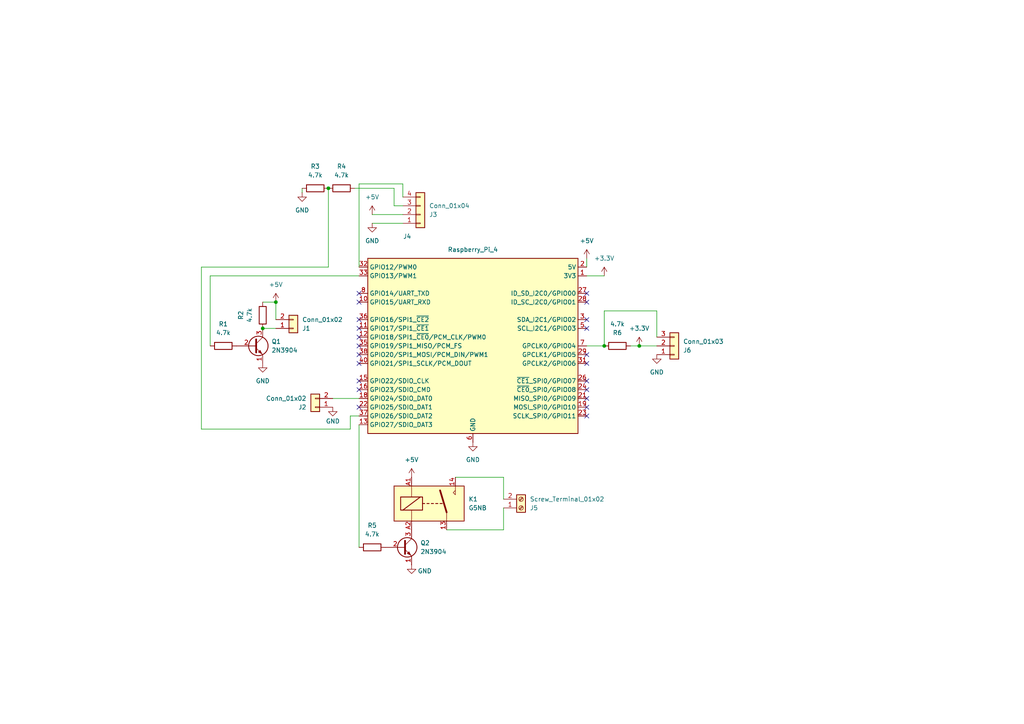
<source format=kicad_sch>
(kicad_sch (version 20231120) (generator "eeschema") (generator_version "8.0")
  (paper "A4")
  (lib_symbols
    (symbol "Connector:Raspberry_Pi_4"
      (property "Reference" "J" (at -17.526 48.768 0))
      (property "Value" "Raspberry_Pi_4" (at 15.748 -26.416 0))
      (symbol "Raspberry_Pi_4_0_1"
        (rectangle (start -30.48 25.4) (end 30.48 -25.4) (stroke (width 0.254)) (fill (type background)))
      )
      (symbol "Raspberry_Pi_4_1_1"
        (pin power_out line (at 33.02 20.32 180) (length 2.54) (name "3V3") (number "1"))
        (pin bidirectional line (at -33.02 12.7 0) (length 2.54) (name "GPIO15/UART_RXD") (number "10"))
        (pin bidirectional line (at -33.02 5.08 0) (length 2.54) (name "GPIO17/SPI1_~{CE1}") (number "11"))
        (pin bidirectional line (at -33.02 2.54 0) (length 2.54) (name "GPIO18/SPI1_~{CE0}/PCM_CLK/PWM0") (number "12"))
        (pin bidirectional line (at -33.02 -22.86 0) (length 2.54) (name "GPIO27/SDIO_DAT3") (number "13"))
        (pin passive line (at 0 -27.94 90) (length 2.54) hide (name "GND") (number "14"))
        (pin bidirectional line (at -33.02 -10.16 0) (length 2.54) (name "GPIO22/SDIO_CLK") (number "15"))
        (pin bidirectional line (at -33.02 -12.7 0) (length 2.54) (name "GPIO23/SDIO_CMD") (number "16"))
        (pin passive line (at 33.02 20.32 180) (length 2.54) hide (name "3V3") (number "17"))
        (pin bidirectional line (at -33.02 -15.24 0) (length 2.54) (name "GPIO24/SDIO_DAT0") (number "18"))
        (pin bidirectional line (at 33.02 -17.78 180) (length 2.54) (name "MOSI_SPI0/GPIO10") (number "19"))
        (pin power_out line (at 33.02 22.86 180) (length 2.54) (name "5V") (number "2"))
        (pin passive line (at 0 -27.94 90) (length 2.54) hide (name "GND") (number "20"))
        (pin bidirectional line (at 33.02 -15.24 180) (length 2.54) (name "MISO_SPI0/GPIO09") (number "21"))
        (pin bidirectional line (at -33.02 -17.78 0) (length 2.54) (name "GPIO25/SDIO_DAT1") (number "22"))
        (pin bidirectional line (at 33.02 -20.32 180) (length 2.54) (name "SCLK_SPI0/GPIO11") (number "23"))
        (pin bidirectional line (at 33.02 -12.7 180) (length 2.54) (name "~{CE0}_SPI0/GPIO08") (number "24"))
        (pin passive line (at 0 -27.94 90) (length 2.54) hide (name "GND") (number "25"))
        (pin bidirectional line (at 33.02 -10.16 180) (length 2.54) (name "~{CE1}_SPI0/GPIO07") (number "26"))
        (pin bidirectional line (at 33.02 15.24 180) (length 2.54) (name "ID_SD_I2C0/GPIO00") (number "27"))
        (pin bidirectional line (at 33.02 12.7 180) (length 2.54) (name "ID_SC_I2C0/GPIO01") (number "28"))
        (pin bidirectional line (at 33.02 -2.54 180) (length 2.54) (name "GPCLK1/GPIO05") (number "29"))
        (pin bidirectional line (at 33.02 7.62 180) (length 2.54) (name "SDA_I2C1/GPIO02") (number "3"))
        (pin passive line (at 0 -27.94 90) (length 2.54) hide (name "GND") (number "30"))
        (pin bidirectional line (at 33.02 -5.08 180) (length 2.54) (name "GPCLK2/GPIO06") (number "31"))
        (pin bidirectional line (at -33.02 22.86 0) (length 2.54) (name "GPIO12/PWM0") (number "32"))
        (pin bidirectional line (at -33.02 20.32 0) (length 2.54) (name "GPIO13/PWM1") (number "33"))
        (pin passive line (at 0 -27.94 90) (length 2.54) hide (name "GND") (number "34"))
        (pin bidirectional line (at -33.02 0 0) (length 2.54) (name "GPIO19/SPI1_MISO/PCM_FS") (number "35"))
        (pin bidirectional line (at -33.02 7.62 0) (length 2.54) (name "GPIO16/SPI1_~{CE2}") (number "36"))
        (pin bidirectional line (at -33.02 -20.32 0) (length 2.54) (name "GPIO26/SDIO_DAT2") (number "37"))
        (pin bidirectional line (at -33.02 -2.54 0) (length 2.54) (name "GPIO20/SPI1_MOSI/PCM_DIN/PWM1") (number "38"))
        (pin passive line (at 0 -27.94 90) (length 2.54) hide (name "GND") (number "39"))
        (pin passive line (at 33.02 22.86 180) (length 2.54) hide (name "5V") (number "4"))
        (pin bidirectional line (at -33.02 -5.08 0) (length 2.54) (name "GPIO21/SPI1_SCLK/PCM_DOUT") (number "40"))
        (pin bidirectional line (at 33.02 5.08 180) (length 2.54) (name "SCL_I2C1/GPIO03") (number "5"))
        (pin power_out line (at 0 -27.94 90) (length 2.54) (name "GND") (number "6"))
        (pin bidirectional line (at 33.02 0 180) (length 2.54) (name "GPCLK0/GPIO04") (number "7"))
        (pin bidirectional line (at -33.02 15.24 0) (length 2.54) (name "GPIO14/UART_TXD") (number "8"))
        (pin passive line (at 0 -27.94 90) (length 2.54) hide (name "GND") (number "9"))
      )
    )
    (symbol "Connector:Screw_Terminal_01x02" (pin_names (offset 1.016) hide)
      (property "Reference" "J" (at 0 2.54 0))
      (property "Value" "Screw_Terminal_01x02" (at 0 -5.08 0))
      (symbol "Screw_Terminal_01x02_1_1"
        (rectangle (start -1.27 1.27) (end 1.27 -3.81) (stroke (width 0.254)) (fill (type background)))
        (circle (center 0 -2.54) (radius 0.635) (stroke (width 0.1524)))
        (polyline (pts (xy -0.5334 -2.2098) (xy 0.3302 -3.048)) (stroke (width 0.1524)))
        (polyline (pts (xy -0.5334 0.3302) (xy 0.3302 -0.508)) (stroke (width 0.1524)))
        (polyline (pts (xy -0.3556 -2.032) (xy 0.508 -2.8702)) (stroke (width 0.1524)))
        (polyline (pts (xy -0.3556 0.508) (xy 0.508 -0.3302)) (stroke (width 0.1524)))
        (circle (center 0 0) (radius 0.635) (stroke (width 0.1524)))
        (pin passive line (at -5.08 0 0) (length 3.81) (name "Pin_1") (number "1"))
        (pin passive line (at -5.08 -2.54 0) (length 3.81) (name "Pin_2") (number "2"))
      )
    )
    (symbol "Connector_Generic:Conn_01x02" (pin_names (offset 1.016) hide)
      (property "Reference" "J" (at 0 2.54 0))
      (property "Value" "Conn_01x02" (at 0 -5.08 0))
      (symbol "Conn_01x02_1_1"
        (rectangle (start -1.27 -2.413) (end 0 -2.667) (stroke (width 0.1524)))
        (rectangle (start -1.27 0.127) (end 0 -0.127) (stroke (width 0.1524)))
        (rectangle (start -1.27 1.27) (end 1.27 -3.81) (stroke (width 0.254)) (fill (type background)))
        (pin passive line (at -5.08 0 0) (length 3.81) (name "Pin_1") (number "1"))
        (pin passive line (at -5.08 -2.54 0) (length 3.81) (name "Pin_2") (number "2"))
      )
    )
    (symbol "Connector_Generic:Conn_01x03" (pin_names (offset 1.016) hide)
      (property "Reference" "J" (at 0 5.08 0))
      (property "Value" "Conn_01x03" (at 0 -5.08 0))
      (symbol "Conn_01x03_1_1"
        (rectangle (start -1.27 -2.413) (end 0 -2.667) (stroke (width 0.1524)))
        (rectangle (start -1.27 0.127) (end 0 -0.127) (stroke (width 0.1524)))
        (rectangle (start -1.27 2.667) (end 0 2.413) (stroke (width 0.1524)))
        (rectangle (start -1.27 3.81) (end 1.27 -3.81) (stroke (width 0.254)) (fill (type background)))
        (pin passive line (at -5.08 2.54 0) (length 3.81) (name "Pin_1") (number "1"))
        (pin passive line (at -5.08 0 0) (length 3.81) (name "Pin_2") (number "2"))
        (pin passive line (at -5.08 -2.54 0) (length 3.81) (name "Pin_3") (number "3"))
      )
    )
    (symbol "Connector_Generic:Conn_01x04" (pin_names (offset 1.016) hide)
      (property "Reference" "J" (at 0 5.08 0))
      (property "Value" "Conn_01x04" (at 0 -7.62 0))
      (symbol "Conn_01x04_1_1"
        (rectangle (start -1.27 -4.953) (end 0 -5.207) (stroke (width 0.1524)))
        (rectangle (start -1.27 -2.413) (end 0 -2.667) (stroke (width 0.1524)))
        (rectangle (start -1.27 0.127) (end 0 -0.127) (stroke (width 0.1524)))
        (rectangle (start -1.27 2.667) (end 0 2.413) (stroke (width 0.1524)))
        (rectangle (start -1.27 3.81) (end 1.27 -6.35) (stroke (width 0.254)) (fill (type background)))
        (pin passive line (at -5.08 2.54 0) (length 3.81) (name "Pin_1") (number "1"))
        (pin passive line (at -5.08 0 0) (length 3.81) (name "Pin_2") (number "2"))
        (pin passive line (at -5.08 -2.54 0) (length 3.81) (name "Pin_3") (number "3"))
        (pin passive line (at -5.08 -5.08 0) (length 3.81) (name "Pin_4") (number "4"))
      )
    )
    (symbol "Device:R" (pin_numbers hide) (pin_names (offset 0))
      (property "Reference" "R" (at 2.032 0 90))
      (property "Value" "R" (at 0 0 90))
      (symbol "R_0_1"
        (rectangle (start -1.016 -2.54) (end 1.016 2.54) (stroke (width 0.254)))
      )
      (symbol "R_1_1"
        (pin passive line (at 0 3.81 270) (length 1.27) (name "~") (number "1"))
        (pin passive line (at 0 -3.81 90) (length 1.27) (name "~") (number "2"))
      )
    )
    (symbol "Relay:G5NB"
      (property "Reference" "K" (at 11.43 3.81 0))
      (property "Value" "G5NB" (at 11.43 1.27 0))
      (symbol "G5NB_0_0"
        (polyline (pts (xy 7.62 5.08) (xy 7.62 2.54) (xy 6.985 3.175) (xy 7.62 3.81)))
      )
      (symbol "G5NB_0_1"
        (rectangle (start -10.16 5.08) (end 10.16 -5.08) (stroke (width 0.254)) (fill (type background)))
        (rectangle (start -8.255 1.905) (end -1.905 -1.905) (stroke (width 0.254)))
        (polyline (pts (xy -7.62 -1.905) (xy -2.54 1.905)) (stroke (width 0.254)))
        (polyline (pts (xy -5.08 -5.08) (xy -5.08 -1.905)))
        (polyline (pts (xy -5.08 5.08) (xy -5.08 1.905)))
        (polyline (pts (xy -1.905 0) (xy -1.27 0)) (stroke (width 0.254)))
        (polyline (pts (xy -0.635 0) (xy 0 0)) (stroke (width 0.254)))
        (polyline (pts (xy 0.635 0) (xy 1.27 0)) (stroke (width 0.254)))
        (polyline (pts (xy 1.905 0) (xy 2.54 0)) (stroke (width 0.254)))
        (polyline (pts (xy 3.175 0) (xy 3.81 0)) (stroke (width 0.254)))
        (polyline (pts (xy 5.08 -2.54) (xy 3.175 3.81)) (stroke (width 0.508)))
        (polyline (pts (xy 5.08 -2.54) (xy 5.08 -5.08)))
      )
      (symbol "G5NB_1_1"
        (pin passive line (at 5.08 -7.62 90) (length 2.54) (name "~") (number "13"))
        (pin passive line (at 7.62 7.62 270) (length 2.54) (name "~") (number "14"))
        (pin passive line (at -5.08 7.62 270) (length 2.54) (name "~") (number "A1"))
        (pin passive line (at -5.08 -7.62 90) (length 2.54) (name "~") (number "A2"))
      )
    )
    (symbol "Transistor_BJT:2N3904" (pin_names (offset 0) hide)
      (property "Reference" "Q" (at 5.08 1.905 0))
      (property "Value" "2N3904" (at 5.08 0 0))
      (symbol "2N3904_0_1"
        (polyline (pts (xy 0.635 0.635) (xy 2.54 2.54)))
        (polyline (pts (xy 0.635 -0.635) (xy 2.54 -2.54) (xy 2.54 -2.54)))
        (polyline (pts (xy 0.635 1.905) (xy 0.635 -1.905) (xy 0.635 -1.905)) (stroke (width 0.508)))
        (polyline (pts (xy 1.27 -1.778) (xy 1.778 -1.27) (xy 2.286 -2.286) (xy 1.27 -1.778) (xy 1.27 -1.778)) (fill (type outline)))
        (circle (center 1.27 0) (radius 2.8194) (stroke (width 0.254)))
      )
      (symbol "2N3904_1_1"
        (pin passive line (at 2.54 -5.08 90) (length 2.54) (name "E") (number "1"))
        (pin passive line (at -5.08 0 0) (length 5.715) (name "B") (number "2"))
        (pin passive line (at 2.54 5.08 270) (length 2.54) (name "C") (number "3"))
      )
    )
    (symbol "power:+3.3V" (power) (pin_numbers hide) (pin_names (offset 0) hide)
      (property "Value" "+3.3V" (at 0 3.556 0))
      (symbol "+3.3V_0_1"
        (polyline (pts (xy -0.762 1.27) (xy 0 2.54)))
        (polyline (pts (xy 0 0) (xy 0 2.54)))
        (polyline (pts (xy 0 2.54) (xy 0.762 1.27)))
      )
      (symbol "+3.3V_1_1"
        (pin power_in line (at 0 0 90) (length 0) (name "~") (number "1"))
      )
    )
    (symbol "power:+5V" (power) (pin_numbers hide) (pin_names (offset 0) hide)
      (property "Value" "+5V" (at 0 3.556 0))
      (symbol "+5V_0_1"
        (polyline (pts (xy -0.762 1.27) (xy 0 2.54)))
        (polyline (pts (xy 0 0) (xy 0 2.54)))
        (polyline (pts (xy 0 2.54) (xy 0.762 1.27)))
      )
      (symbol "+5V_1_1"
        (pin power_in line (at 0 0 90) (length 0) (name "~") (number "1"))
      )
    )
    (symbol "power:GND" (power) (pin_numbers hide) (pin_names (offset 0) hide)
      (property "Value" "GND" (at 0 -3.81 0))
      (symbol "GND_0_1"
        (polyline (pts (xy 0 0) (xy 0 -1.27) (xy 1.27 -1.27) (xy 0 -2.54) (xy -1.27 -1.27) (xy 0 -1.27)))
      )
      (symbol "GND_1_1"
        (pin power_in line (at 0 0 270) (length 0) (name "~") (number "1"))
      )
    )
  )
  (junction (at 175.26 100.33))
  (junction (at 76.2 95.25))
  (junction (at 185.42 100.33))
  (junction (at 95.25 54.61))
  (junction (at 80.01 87.63))
  (no_connect (at 104.14 105.41))
  (no_connect (at 104.14 97.79))
  (no_connect (at 170.18 120.65))
  (no_connect (at 104.14 85.09))
  (no_connect (at 104.14 113.03))
  (no_connect (at 170.18 118.11))
  (no_connect (at 170.18 113.03))
  (no_connect (at 104.14 92.71))
  (no_connect (at 104.14 110.49))
  (no_connect (at 170.18 92.71))
  (no_connect (at 170.18 87.63))
  (no_connect (at 104.14 102.87))
  (no_connect (at 170.18 85.09))
  (no_connect (at 104.14 118.11))
  (no_connect (at 104.14 95.25))
  (no_connect (at 104.14 100.33))
  (no_connect (at 170.18 115.57))
  (no_connect (at 104.14 87.63))
  (no_connect (at 170.18 102.87))
  (no_connect (at 170.18 105.41))
  (no_connect (at 170.18 110.49))
  (no_connect (at 170.18 95.25))
  (wire (pts (xy 116.84 59.69) (xy 114.3 59.69)))
  (wire (pts (xy 58.42 124.46) (xy 58.42 77.47)))
  (wire (pts (xy 60.96 80.01) (xy 60.96 100.33)))
  (wire (pts (xy 116.84 53.34) (xy 104.14 53.34)))
  (wire (pts (xy 114.3 54.61) (xy 102.87 54.61)))
  (wire (pts (xy 58.42 77.47) (xy 95.25 77.47)))
  (wire (pts (xy 96.52 115.57) (xy 104.14 115.57)))
  (wire (pts (xy 104.14 53.34) (xy 104.14 77.47)))
  (wire (pts (xy 170.18 74.93) (xy 170.18 77.47)))
  (wire (pts (xy 114.3 59.69) (xy 114.3 54.61)))
  (wire (pts (xy 170.18 80.01) (xy 175.26 80.01)))
  (wire (pts (xy 101.6 120.65) (xy 101.6 124.46)))
  (wire (pts (xy 87.63 55.88) (xy 87.63 54.61)))
  (wire (pts (xy 116.84 57.15) (xy 116.84 53.34)))
  (wire (pts (xy 146.05 147.32) (xy 146.05 153.67)))
  (wire (pts (xy 80.01 87.63) (xy 80.01 92.71)))
  (wire (pts (xy 76.2 87.63) (xy 80.01 87.63)))
  (wire (pts (xy 104.14 123.19) (xy 104.14 158.75)))
  (wire (pts (xy 60.96 80.01) (xy 104.14 80.01)))
  (wire (pts (xy 146.05 153.67) (xy 129.54 153.67)))
  (wire (pts (xy 101.6 120.65) (xy 104.14 120.65)))
  (wire (pts (xy 95.25 77.47) (xy 95.25 54.61)))
  (wire (pts (xy 107.95 62.23) (xy 116.84 62.23)))
  (wire (pts (xy 132.08 138.43) (xy 146.05 138.43)))
  (wire (pts (xy 190.5 90.17) (xy 190.5 97.79)))
  (wire (pts (xy 76.2 95.25) (xy 80.01 95.25)))
  (wire (pts (xy 170.18 100.33) (xy 175.26 100.33)))
  (wire (pts (xy 185.42 100.33) (xy 190.5 100.33)))
  (wire (pts (xy 101.6 124.46) (xy 58.42 124.46)))
  (wire (pts (xy 107.95 64.77) (xy 116.84 64.77)))
  (wire (pts (xy 182.88 100.33) (xy 185.42 100.33)))
  (wire (pts (xy 190.5 90.17) (xy 175.26 90.17)))
  (wire (pts (xy 146.05 138.43) (xy 146.05 144.78)))
  (wire (pts (xy 175.26 90.17) (xy 175.26 100.33)))
  (symbol (lib_id "power:GND") (at 96.52 118.11 0) (unit 1)
    (property "Reference" "#PWR04" (effects (hide yes)))
    (property "Value" "GND" (at 94.488 122.174 0) (effects (justify left)))
    (property "Description" "Power symbol creates a global label with name \"GND\" , ground" (effects (hide yes)))
  )
  (symbol (lib_id "Relay:G5NB") (at 124.46 146.05 0) (unit 1)
    (property "Reference" "K1" (at 135.89 144.7799 0) (effects (justify left)))
    (property "Value" "G5NB" (at 135.89 147.3199 0) (effects (justify left)))
    (property "Footprint" "Relay_THT:Relay_SPST_Omron_G5NB" (effects (hide yes)))
    (property "Datasheet" "https://omronfs.omron.com/en_US/ecb/products/pdf/en-g5nb_el.pdf" (effects (hide yes)))
    (property "Description" "PCB Power Relay, SPST-NO, 7A (250 VAC), 5A (30 VDC)" (effects (hide yes)))
  )
  (symbol (lib_id "Device:R") (at 76.2 91.44 180) (unit 1)
    (property "Reference" "R2" (at 69.85 91.44 90))
    (property "Value" "4.7k" (at 72.39 91.44 90))
    (property "Footprint" "Resistor_THT:R_Axial_DIN0207_L6.3mm_D2.5mm_P10.16mm_Horizontal" (effects (hide yes)))
    (property "Description" "Resistor" (effects (hide yes)))
  )
  (symbol (lib_id "power:+3.3V") (at 175.26 80.01 0) (unit 1)
    (property "Reference" "#PWR011" (effects (hide yes)))
    (property "Value" "+3.3V" (at 175.26 74.93 0))
    (property "Description" "Power symbol creates a global label with name \"+3.3V\"" (effects (hide yes)))
  )
  (symbol (lib_id "Device:R") (at 179.07 100.33 90) (unit 1)
    (property "Reference" "R6" (at 179.07 96.52 90))
    (property "Value" "4.7k" (at 179.07 93.98 90))
    (property "Footprint" "Resistor_THT:R_Axial_DIN0207_L6.3mm_D2.5mm_P10.16mm_Horizontal" (effects (hide yes)))
    (property "Description" "Resistor" (effects (hide yes)))
  )
  (symbol (lib_id "Transistor_BJT:2N3904") (at 116.84 158.75 0) (unit 1)
    (property "Reference" "Q2" (at 121.92 157.4799 0) (effects (justify left)))
    (property "Value" "2N3904" (at 121.92 160.0199 0) (effects (justify left)))
    (property "Footprint" "Package_TO_SOT_THT:TO-92_Inline" (effects (hide yes)))
    (property "Datasheet" "https://www.onsemi.com/pub/Collateral/2N3903-D.PDF" (effects (hide yes)))
    (property "Description" "0.2A Ic, 40V Vce, Small Signal NPN Transistor, TO-92" (effects (hide yes)))
  )
  (symbol (lib_id "power:GND") (at 119.38 163.83 0) (unit 1)
    (property "Reference" "#PWR08" (effects (hide yes)))
    (property "Value" "GND" (at 123.19 165.608 0))
    (property "Description" "Power symbol creates a global label with name \"GND\" , ground" (effects (hide yes)))
  )
  (symbol (lib_id "power:GND") (at 137.16 128.27 0) (unit 1)
    (property "Reference" "#PWR09" (effects (hide yes)))
    (property "Value" "GND" (at 137.16 133.35 0))
    (property "Description" "Power symbol creates a global label with name \"GND\" , ground" (effects (hide yes)))
  )
  (symbol (lib_id "power:GND") (at 76.2 105.41 0) (unit 1)
    (property "Reference" "#PWR01" (effects (hide yes)))
    (property "Value" "GND" (at 76.2 110.49 0))
    (property "Description" "Power symbol creates a global label with name \"GND\" , ground" (effects (hide yes)))
  )
  (symbol (lib_id "power:GND") (at 87.63 55.88 0) (unit 1)
    (property "Reference" "#PWR03" (effects (hide yes)))
    (property "Value" "GND" (at 87.63 60.96 0))
    (property "Description" "Power symbol creates a global label with name \"GND\" , ground" (effects (hide yes)))
  )
  (symbol (lib_id "Connector_Generic:Conn_01x03") (at 195.58 100.33 0) (mirror x) (unit 1)
    (property "Reference" "J6" (at 198.12 101.6001 0) (effects (justify left)))
    (property "Value" "Conn_01x03" (at 198.12 99.0601 0) (effects (justify left)))
    (property "Footprint" "Connector_PinHeader_2.54mm:PinHeader_1x03_P2.54mm_Vertical" (effects (hide yes)))
    (property "Description" "Generic connector, single row, 01x03, script generated (kicad-library-utils/schlib/autogen/connector/)" (effects (hide yes)))
  )
  (symbol (lib_id "power:+5V") (at 107.95 62.23 0) (unit 1)
    (property "Reference" "#PWR05" (effects (hide yes)))
    (property "Value" "+5V" (at 107.95 57.15 0))
    (property "Description" "Power symbol creates a global label with name \"+5V\"" (effects (hide yes)))
  )
  (symbol (lib_id "Connector:Screw_Terminal_01x02") (at 151.13 147.32 0) (mirror x) (unit 1)
    (property "Reference" "J5" (at 153.67 147.3201 0) (effects (justify left)))
    (property "Value" "Screw_Terminal_01x02" (at 153.67 144.7801 0) (effects (justify left)))
    (property "Footprint" "TerminalBlock_RND:TerminalBlock_RND_205-00287_1x02_P5.08mm_Horizontal" (effects (hide yes)))
    (property "Description" "Generic screw terminal, single row, 01x02, script generated (kicad-library-utils/schlib/autogen/connector/)" (effects (hide yes)))
  )
  (symbol (lib_id "Device:R") (at 99.06 54.61 90) (unit 1)
    (property "Reference" "R4" (at 99.06 48.26 90))
    (property "Value" "4.7k" (at 99.06 50.8 90))
    (property "Footprint" "Resistor_THT:R_Axial_DIN0207_L6.3mm_D2.5mm_P10.16mm_Horizontal" (effects (hide yes)))
    (property "Description" "Resistor" (effects (hide yes)))
  )
  (symbol (lib_id "Connector_Generic:Conn_01x02") (at 85.09 95.25 0) (mirror x) (unit 1)
    (property "Reference" "J1" (at 87.63 95.2501 0) (effects (justify left)))
    (property "Value" "Conn_01x02" (at 87.63 92.7101 0) (effects (justify left)))
    (property "Footprint" "Connector_PinSocket_2.54mm:PinSocket_1x02_P2.54mm_Vertical" (effects (hide yes)))
    (property "Description" "Generic connector, single row, 01x02, script generated (kicad-library-utils/schlib/autogen/connector/)" (effects (hide yes)))
  )
  (symbol (lib_id "power:+3.3V") (at 185.42 100.33 0) (unit 1)
    (property "Reference" "#PWR012" (effects (hide yes)))
    (property "Value" "+3.3V" (at 185.42 95.25 0))
    (property "Description" "Power symbol creates a global label with name \"+3.3V\"" (effects (hide yes)))
  )
  (symbol (lib_id "power:+5V") (at 119.38 138.43 0) (unit 1)
    (property "Reference" "#PWR07" (effects (hide yes)))
    (property "Value" "+5V" (at 119.38 133.35 0))
    (property "Description" "Power symbol creates a global label with name \"+5V\"" (effects (hide yes)))
  )
  (symbol (lib_id "power:+5V") (at 80.01 87.63 0) (unit 1)
    (property "Reference" "#PWR02" (effects (hide yes)))
    (property "Value" "+5V" (at 80.01 82.55 0))
    (property "Description" "Power symbol creates a global label with name \"+5V\"" (effects (hide yes)))
  )
  (symbol (lib_id "Device:R") (at 91.44 54.61 90) (unit 1)
    (property "Reference" "R3" (at 91.44 48.26 90))
    (property "Value" "4.7k" (at 91.44 50.8 90))
    (property "Footprint" "Resistor_THT:R_Axial_DIN0207_L6.3mm_D2.5mm_P10.16mm_Horizontal" (effects (hide yes)))
    (property "Description" "Resistor" (effects (hide yes)))
  )
  (symbol (lib_id "Transistor_BJT:2N3904") (at 73.66 100.33 0) (unit 1)
    (property "Reference" "Q1" (at 78.74 99.0599 0) (effects (justify left)))
    (property "Value" "2N3904" (at 78.74 101.5999 0) (effects (justify left)))
    (property "Footprint" "Package_TO_SOT_THT:TO-92_Inline" (effects (hide yes)))
    (property "Datasheet" "https://www.onsemi.com/pub/Collateral/2N3903-D.PDF" (effects (hide yes)))
    (property "Description" "0.2A Ic, 40V Vce, Small Signal NPN Transistor, TO-92" (effects (hide yes)))
  )
  (symbol (lib_id "Connector_Generic:Conn_01x04") (at 121.92 62.23 0) (mirror x) (unit 1)
    (property "Reference" "J3" (at 124.46 62.2301 0) (effects (justify left)))
    (property "Value" "Conn_01x04" (at 124.46 59.6901 0) (effects (justify left)))
    (property "Footprint" "Connector_PinSocket_2.54mm:PinSocket_1x04_P2.54mm_Vertical" (effects (hide yes)))
    (property "Description" "Generic connector, single row, 01x04, script generated (kicad-library-utils/schlib/autogen/connector/)" (effects (hide yes)))
  )
  (symbol (lib_id "power:GND") (at 190.5 102.87 0) (unit 1)
    (property "Reference" "#PWR013" (effects (hide yes)))
    (property "Value" "GND" (at 190.5 107.95 0))
    (property "Description" "Power symbol creates a global label with name \"GND\" , ground" (effects (hide yes)))
  )
  (symbol (lib_id "Device:R") (at 107.95 158.75 90) (unit 1)
    (property "Reference" "R5" (at 107.95 152.4 90))
    (property "Value" "4.7k" (at 107.95 154.94 90))
    (property "Footprint" "Resistor_THT:R_Axial_DIN0207_L6.3mm_D2.5mm_P10.16mm_Horizontal" (effects (hide yes)))
    (property "Description" "Resistor" (effects (hide yes)))
  )
  (symbol (lib_id "Connector:Raspberry_Pi_4") (at 137.16 100.33 0) (unit 1)
    (property "Reference" "J4" (at 118.11 68.58 0))
    (property "Value" "Raspberry_Pi_4" (at 137.16 72.39 0))
    (property "Footprint" "Connector_PinHeader_2.54mm:PinHeader_2x20_P2.54mm_Vertical" (effects (hide yes)))
    (property "Datasheet" "https://datasheets.raspberrypi.com/rpi4/raspberry-pi-4-datasheet.pdf" (effects (hide yes)))
    (property "Description" "Raspberry Pi 4 Model B" (effects (hide yes)))
  )
  (symbol (lib_id "power:GND") (at 107.95 64.77 0) (unit 1)
    (property "Reference" "#PWR06" (effects (hide yes)))
    (property "Value" "GND" (at 107.95 69.85 0))
    (property "Description" "Power symbol creates a global label with name \"GND\" , ground" (effects (hide yes)))
  )
  (symbol (lib_id "Device:R") (at 64.77 100.33 90) (unit 1)
    (property "Reference" "R1" (at 64.77 93.98 90))
    (property "Value" "4.7k" (at 64.77 96.52 90))
    (property "Footprint" "Resistor_THT:R_Axial_DIN0207_L6.3mm_D2.5mm_P10.16mm_Horizontal" (effects (hide yes)))
    (property "Description" "Resistor" (effects (hide yes)))
  )
  (symbol (lib_id "power:+5V") (at 170.18 74.93 0) (unit 1)
    (property "Reference" "#PWR010" (effects (hide yes)))
    (property "Value" "+5V" (at 170.18 69.85 0))
    (property "Description" "Power symbol creates a global label with name \"+5V\"" (effects (hide yes)))
  )
  (symbol (lib_id "Connector_Generic:Conn_01x02") (at 91.44 118.11 180) (unit 1)
    (property "Reference" "J2" (at 88.9 118.1101 0) (effects (justify left)))
    (property "Value" "Conn_01x02" (at 88.9 115.5701 0) (effects (justify left)))
    (property "Footprint" "Connector_PinSocket_2.54mm:PinSocket_1x02_P2.54mm_Vertical" (effects (hide yes)))
    (property "Description" "Generic connector, single row, 01x02, script generated (kicad-library-utils/schlib/autogen/connector/)" (effects (hide yes)))
  )
)
</source>
